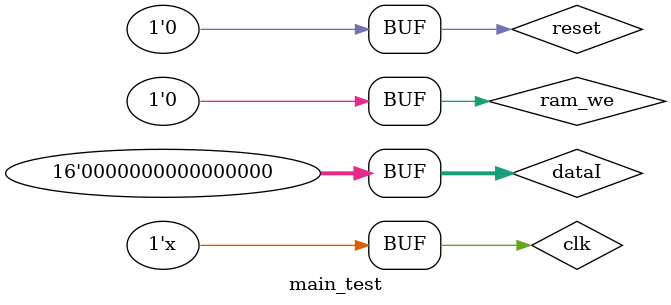
<source format=v>
`timescale 1ns / 1ps

module main_test();

reg clk;
reg reset;
reg ram_we=0;
reg [15:0] dataI = 0;

wire [2:0] selA;
wire [2:0] selB;
wire [2:0] selD;
wire [15:0] dataA;
wire [15:0] dataB;
wire [15:0] dataD;
wire [4:0] aluop;
wire [15:0] dataO;
wire [1:0] opcode;
wire [15:0] pcO;
wire [7:0] imm;
wire [15:0] addr;


wire shldBranch;
wire enfetch;
wire endec;
wire enrgrd;
wire enalu;
wire enrgwr; 
wire enmem;    
wire regwe;
wire update;

assign enrgwr = regwe & update ;
assign opcode = (reset) ? 2'b11 : ((shldBranch) ? 2'b10 : ((enalu) ? 2'b01 : 2'b00));
     
reg_file main_reg(    
    clk,       
    enrgrd,        
    enrgwr,        
    selA,
    selB,
    selD,
    dataD,
    dataA,
    dataB
);

inst_dec main_unit(
    clk,
    endec,
    dataO,
    aluop,
    selA,
    selB,
    selD,
    imm,
    regwe 
);

alu main_alu(
    clk,
    enalu,
    aluop,
    dataA,
    dataB,
    imm,
    dataD,
    shldBranch
);

ctrl_unit main_ctrl(
    clk,
    reset,
    enfetch,
    endec,
    enrgrd,
    enalu,
    update,
    enmem
    );
    
pc_unit pc_main(
    clk,
    opcode,
    dataD,
    pcO
);   

fake_ram main_ram(
    clk,
    ram_we,
    pcO,
    dataI,
    dataO
    ); 
    
    initial begin
        clk = 0;
        reset = 1;
        #20;
        reset = 0;   
    end
    
    always begin
        #5;
        clk = ~clk;
    end

endmodule

</source>
